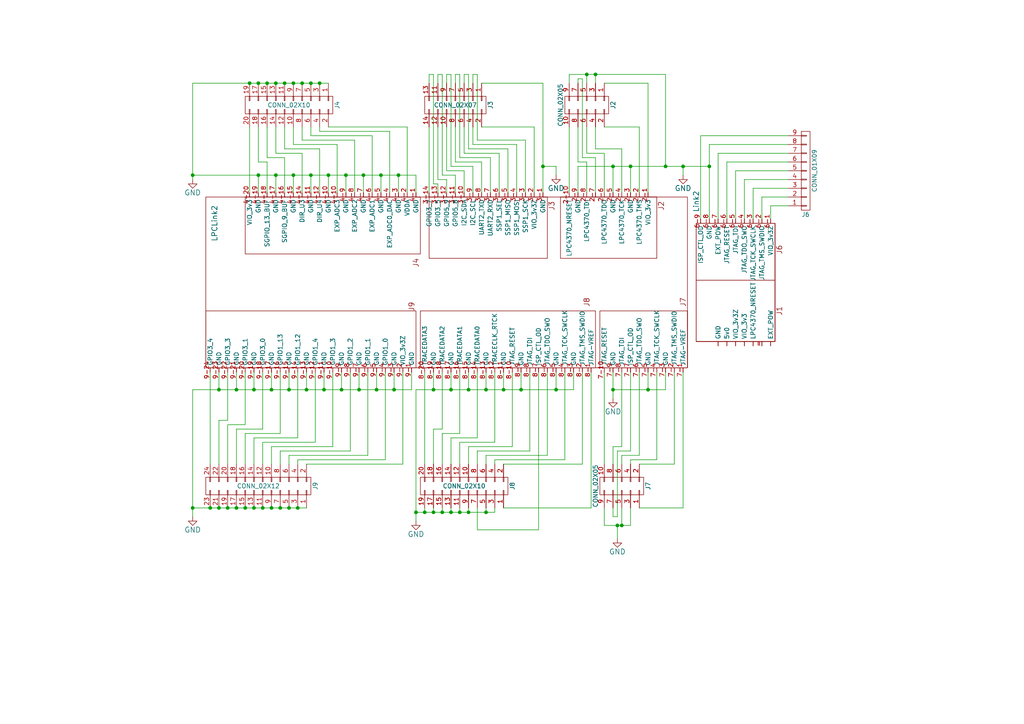
<source format=kicad_sch>
(kicad_sch (version 20230121) (generator eeschema)
  (paper "A4")
  (lib_symbols
    (symbol "LPC-Link2-Board-rescue:CONN_01X09" (pin_names (offset 1.016) hide)
      (property "Reference" "P" (at 0 12.7 0))
      (property "Value" "CONN_01X09" (at 2.54 0 90))
      (symbol "CONN_01X09_0_1"
        (rectangle (start -1.27 -10.033) (end 0.254 -10.287))
        (rectangle (start -1.27 -7.493) (end 0.254 -7.747))
        (rectangle (start -1.27 -4.953) (end 0.254 -5.207))
        (rectangle (start -1.27 -2.413) (end 0.254 -2.667))
        (rectangle (start -1.27 0.127) (end 0.254 -0.127))
        (rectangle (start -1.27 2.667) (end 0.254 2.413))
        (rectangle (start -1.27 5.207) (end 0.254 4.953))
        (rectangle (start -1.27 7.747) (end 0.254 7.493))
        (rectangle (start -1.27 10.287) (end 0.254 10.033))
        (rectangle (start -1.27 11.43) (end 1.27 -11.43))
      )
      (symbol "CONN_01X09_1_1"
        (pin passive line (at -5.08 10.16 0) (length 3.81) (name "P1") (number "1"))
        (pin passive line (at -5.08 7.62 0) (length 3.81) (name "P2") (number "2"))
        (pin passive line (at -5.08 5.08 0) (length 3.81) (name "P3") (number "3"))
        (pin passive line (at -5.08 2.54 0) (length 3.81) (name "P4") (number "4"))
        (pin passive line (at -5.08 0 0) (length 3.81) (name "P5") (number "5"))
        (pin passive line (at -5.08 -2.54 0) (length 3.81) (name "P6") (number "6"))
        (pin passive line (at -5.08 -5.08 0) (length 3.81) (name "P7") (number "7"))
        (pin passive line (at -5.08 -7.62 0) (length 3.81) (name "P8") (number "8"))
        (pin passive line (at -5.08 -10.16 0) (length 3.81) (name "P9") (number "9"))
      )
    )
    (symbol "LPC-Link2-Board-rescue:CONN_02X05" (pin_names (offset 0.0254) hide)
      (property "Reference" "P" (at 0 7.62 0))
      (property "Value" "CONN_02X05" (at 0 -7.62 0))
      (symbol "CONN_02X05_0_1"
        (rectangle (start -2.54 -4.953) (end -1.27 -5.207))
        (rectangle (start -2.54 -2.413) (end -1.27 -2.667))
        (rectangle (start -2.54 0.127) (end -1.27 -0.127))
        (rectangle (start -2.54 2.667) (end -1.27 2.413))
        (rectangle (start -2.54 5.207) (end -1.27 4.953))
        (rectangle (start -2.54 6.35) (end 2.54 -6.35))
        (rectangle (start 1.27 -4.953) (end 2.54 -5.207))
        (rectangle (start 1.27 -2.413) (end 2.54 -2.667))
        (rectangle (start 1.27 0.127) (end 2.54 -0.127))
        (rectangle (start 1.27 2.667) (end 2.54 2.413))
        (rectangle (start 1.27 5.207) (end 2.54 4.953))
      )
      (symbol "CONN_02X05_1_1"
        (pin passive line (at -6.35 5.08 0) (length 3.81) (name "P1") (number "1"))
        (pin passive line (at 6.35 -5.08 180) (length 3.81) (name "P10") (number "10"))
        (pin passive line (at 6.35 5.08 180) (length 3.81) (name "P2") (number "2"))
        (pin passive line (at -6.35 2.54 0) (length 3.81) (name "P3") (number "3"))
        (pin passive line (at 6.35 2.54 180) (length 3.81) (name "P4") (number "4"))
        (pin passive line (at -6.35 0 0) (length 3.81) (name "P5") (number "5"))
        (pin passive line (at 6.35 0 180) (length 3.81) (name "P6") (number "6"))
        (pin passive line (at -6.35 -2.54 0) (length 3.81) (name "P7") (number "7"))
        (pin passive line (at 6.35 -2.54 180) (length 3.81) (name "P8") (number "8"))
        (pin passive line (at -6.35 -5.08 0) (length 3.81) (name "P9") (number "9"))
      )
    )
    (symbol "LPC-Link2-Board-rescue:CONN_02X07" (pin_names (offset 0.0254) hide)
      (property "Reference" "P" (at 0 10.16 0))
      (property "Value" "CONN_02X07" (at 0 0 90))
      (symbol "CONN_02X07_0_1"
        (rectangle (start -2.54 -7.493) (end -1.27 -7.747))
        (rectangle (start -2.54 -4.953) (end -1.27 -5.207))
        (rectangle (start -2.54 -2.413) (end -1.27 -2.667))
        (rectangle (start -2.54 0.127) (end -1.27 -0.127))
        (rectangle (start -2.54 2.667) (end -1.27 2.413))
        (rectangle (start -2.54 5.207) (end -1.27 4.953))
        (rectangle (start -2.54 7.747) (end -1.27 7.493))
        (rectangle (start -2.54 8.89) (end 2.54 -8.89))
        (rectangle (start 1.27 -7.493) (end 2.54 -7.747))
        (rectangle (start 1.27 -4.953) (end 2.54 -5.207))
        (rectangle (start 1.27 -2.413) (end 2.54 -2.667))
        (rectangle (start 1.27 0.127) (end 2.54 -0.127))
        (rectangle (start 1.27 2.667) (end 2.54 2.413))
        (rectangle (start 1.27 5.207) (end 2.54 4.953))
        (rectangle (start 1.27 7.747) (end 2.54 7.493))
      )
      (symbol "CONN_02X07_1_1"
        (pin passive line (at -6.35 7.62 0) (length 3.81) (name "P1") (number "1"))
        (pin passive line (at 6.35 -2.54 180) (length 3.81) (name "P10") (number "10"))
        (pin passive line (at -6.35 -5.08 0) (length 3.81) (name "P11") (number "11"))
        (pin passive line (at 6.35 -5.08 180) (length 3.81) (name "P12") (number "12"))
        (pin passive line (at -6.35 -7.62 0) (length 3.81) (name "P13") (number "13"))
        (pin passive line (at 6.35 -7.62 180) (length 3.81) (name "P14") (number "14"))
        (pin passive line (at 6.35 7.62 180) (length 3.81) (name "P2") (number "2"))
        (pin passive line (at -6.35 5.08 0) (length 3.81) (name "P3") (number "3"))
        (pin passive line (at 6.35 5.08 180) (length 3.81) (name "P4") (number "4"))
        (pin passive line (at -6.35 2.54 0) (length 3.81) (name "P5") (number "5"))
        (pin passive line (at 6.35 2.54 180) (length 3.81) (name "P6") (number "6"))
        (pin passive line (at -6.35 0 0) (length 3.81) (name "P7") (number "7"))
        (pin passive line (at 6.35 0 180) (length 3.81) (name "P8") (number "8"))
        (pin passive line (at -6.35 -2.54 0) (length 3.81) (name "P9") (number "9"))
      )
    )
    (symbol "LPC-Link2-Board-rescue:CONN_02X10" (pin_names (offset 0.0254) hide)
      (property "Reference" "P" (at 0 13.97 0))
      (property "Value" "CONN_02X10" (at 0 0 90))
      (symbol "CONN_02X10_0_1"
        (rectangle (start -2.54 -11.303) (end -1.27 -11.557))
        (rectangle (start -2.54 -8.763) (end -1.27 -9.017))
        (rectangle (start -2.54 -6.223) (end -1.27 -6.477))
        (rectangle (start -2.54 -3.683) (end -1.27 -3.937))
        (rectangle (start -2.54 -1.143) (end -1.27 -1.397))
        (rectangle (start -2.54 1.397) (end -1.27 1.143))
        (rectangle (start -2.54 3.937) (end -1.27 3.683))
        (rectangle (start -2.54 6.477) (end -1.27 6.223))
        (rectangle (start -2.54 9.017) (end -1.27 8.763))
        (rectangle (start -2.54 11.557) (end -1.27 11.303))
        (rectangle (start -2.54 12.7) (end 2.54 -12.7))
        (rectangle (start 1.27 -11.303) (end 2.54 -11.557))
        (rectangle (start 1.27 -8.763) (end 2.54 -9.017))
        (rectangle (start 1.27 -6.223) (end 2.54 -6.477))
        (rectangle (start 1.27 -3.683) (end 2.54 -3.937))
        (rectangle (start 1.27 -1.143) (end 2.54 -1.397))
        (rectangle (start 1.27 1.397) (end 2.54 1.143))
        (rectangle (start 1.27 3.937) (end 2.54 3.683))
        (rectangle (start 1.27 6.477) (end 2.54 6.223))
        (rectangle (start 1.27 9.017) (end 2.54 8.763))
        (rectangle (start 1.27 11.557) (end 2.54 11.303))
      )
      (symbol "CONN_02X10_1_1"
        (pin passive line (at -6.35 11.43 0) (length 3.81) (name "P1") (number "1"))
        (pin passive line (at 6.35 1.27 180) (length 3.81) (name "P10") (number "10"))
        (pin passive line (at -6.35 -1.27 0) (length 3.81) (name "P11") (number "11"))
        (pin passive line (at 6.35 -1.27 180) (length 3.81) (name "P12") (number "12"))
        (pin passive line (at -6.35 -3.81 0) (length 3.81) (name "P13") (number "13"))
        (pin passive line (at 6.35 -3.81 180) (length 3.81) (name "P14") (number "14"))
        (pin passive line (at -6.35 -6.35 0) (length 3.81) (name "P15") (number "15"))
        (pin passive line (at 6.35 -6.35 180) (length 3.81) (name "P16") (number "16"))
        (pin passive line (at -6.35 -8.89 0) (length 3.81) (name "P17") (number "17"))
        (pin passive line (at 6.35 -8.89 180) (length 3.81) (name "P18") (number "18"))
        (pin passive line (at -6.35 -11.43 0) (length 3.81) (name "P19") (number "19"))
        (pin passive line (at 6.35 11.43 180) (length 3.81) (name "P2") (number "2"))
        (pin passive line (at 6.35 -11.43 180) (length 3.81) (name "P20") (number "20"))
        (pin passive line (at -6.35 8.89 0) (length 3.81) (name "P3") (number "3"))
        (pin passive line (at 6.35 8.89 180) (length 3.81) (name "P4") (number "4"))
        (pin passive line (at -6.35 6.35 0) (length 3.81) (name "P5") (number "5"))
        (pin passive line (at 6.35 6.35 180) (length 3.81) (name "P6") (number "6"))
        (pin passive line (at -6.35 3.81 0) (length 3.81) (name "P7") (number "7"))
        (pin passive line (at 6.35 3.81 180) (length 3.81) (name "P8") (number "8"))
        (pin passive line (at -6.35 1.27 0) (length 3.81) (name "P9") (number "9"))
      )
    )
    (symbol "LPC-Link2-Board-rescue:CONN_02X12" (pin_names (offset 0.0254) hide)
      (property "Reference" "P" (at 0 16.51 0))
      (property "Value" "CONN_02X12" (at 0 0 90))
      (symbol "CONN_02X12_0_1"
        (rectangle (start -2.54 -13.843) (end -1.27 -14.097))
        (rectangle (start -2.54 -11.303) (end -1.27 -11.557))
        (rectangle (start -2.54 -8.763) (end -1.27 -9.017))
        (rectangle (start -2.54 -6.223) (end -1.27 -6.477))
        (rectangle (start -2.54 -3.683) (end -1.27 -3.937))
        (rectangle (start -2.54 -1.143) (end -1.27 -1.397))
        (rectangle (start -2.54 1.397) (end -1.27 1.143))
        (rectangle (start -2.54 3.937) (end -1.27 3.683))
        (rectangle (start -2.54 6.477) (end -1.27 6.223))
        (rectangle (start -2.54 9.017) (end -1.27 8.763))
        (rectangle (start -2.54 11.557) (end -1.27 11.303))
        (rectangle (start -2.54 14.097) (end -1.27 13.843))
        (rectangle (start -2.54 15.24) (end 2.54 -15.24))
        (rectangle (start 1.27 -13.843) (end 2.54 -14.097))
        (rectangle (start 1.27 -11.303) (end 2.54 -11.557))
        (rectangle (start 1.27 -8.763) (end 2.54 -9.017))
        (rectangle (start 1.27 -6.223) (end 2.54 -6.477))
        (rectangle (start 1.27 -3.683) (end 2.54 -3.937))
        (rectangle (start 1.27 -1.143) (end 2.54 -1.397))
        (rectangle (start 1.27 1.397) (end 2.54 1.143))
        (rectangle (start 1.27 3.937) (end 2.54 3.683))
        (rectangle (start 1.27 6.477) (end 2.54 6.223))
        (rectangle (start 1.27 9.017) (end 2.54 8.763))
        (rectangle (start 1.27 11.557) (end 2.54 11.303))
        (rectangle (start 1.27 14.097) (end 2.54 13.843))
      )
      (symbol "CONN_02X12_1_1"
        (pin passive line (at -6.35 13.97 0) (length 3.81) (name "P1") (number "1"))
        (pin passive line (at 6.35 3.81 180) (length 3.81) (name "P10") (number "10"))
        (pin passive line (at -6.35 1.27 0) (length 3.81) (name "P11") (number "11"))
        (pin passive line (at 6.35 1.27 180) (length 3.81) (name "P12") (number "12"))
        (pin passive line (at -6.35 -1.27 0) (length 3.81) (name "P13") (number "13"))
        (pin passive line (at 6.35 -1.27 180) (length 3.81) (name "P14") (number "14"))
        (pin passive line (at -6.35 -3.81 0) (length 3.81) (name "P15") (number "15"))
        (pin passive line (at 6.35 -3.81 180) (length 3.81) (name "P16") (number "16"))
        (pin passive line (at -6.35 -6.35 0) (length 3.81) (name "P17") (number "17"))
        (pin passive line (at 6.35 -6.35 180) (length 3.81) (name "P18") (number "18"))
        (pin passive line (at -6.35 -8.89 0) (length 3.81) (name "P19") (number "19"))
        (pin passive line (at 6.35 13.97 180) (length 3.81) (name "P2") (number "2"))
        (pin passive line (at 6.35 -8.89 180) (length 3.81) (name "P20") (number "20"))
        (pin passive line (at -6.35 -11.43 0) (length 3.81) (name "P21") (number "21"))
        (pin passive line (at 6.35 -11.43 180) (length 3.81) (name "P22") (number "22"))
        (pin passive line (at -6.35 -13.97 0) (length 3.81) (name "P23") (number "23"))
        (pin passive line (at 6.35 -13.97 180) (length 3.81) (name "P24") (number "24"))
        (pin passive line (at -6.35 11.43 0) (length 3.81) (name "P3") (number "3"))
        (pin passive line (at 6.35 11.43 180) (length 3.81) (name "P4") (number "4"))
        (pin passive line (at -6.35 8.89 0) (length 3.81) (name "P5") (number "5"))
        (pin passive line (at 6.35 8.89 180) (length 3.81) (name "P6") (number "6"))
        (pin passive line (at -6.35 6.35 0) (length 3.81) (name "P7") (number "7"))
        (pin passive line (at 6.35 6.35 180) (length 3.81) (name "P8") (number "8"))
        (pin passive line (at -6.35 3.81 0) (length 3.81) (name "P9") (number "9"))
      )
    )
    (symbol "LPC-Link2-Board-rescue:GND" (power) (pin_names (offset 0))
      (property "Value" "GND" (at 0 -3.81 0))
      (symbol "GND_0_1"
        (polyline (pts (xy 0 0) (xy 0 -1.27) (xy 1.27 -1.27) (xy 0 -2.54) (xy -1.27 -1.27) (xy 0 -1.27)))
      )
      (symbol "GND_1_1"
        (pin power_in line (at 0 0 270) (length 0) hide (name "GND") (number "1"))
      )
    )
    (symbol "LPC-Link2-Board-rescue:LPCLink2" (pin_names (offset 0.635))
      (property "Reference" "U" (at -24.13 64.77 0))
      (property "Value" "LPCLink2" (at -17.78 -74.93 0))
      (symbol "LPCLink2_0_0"
        (rectangle (start -25.4 -15.24) (end -8.89 -66.04))
        (rectangle (start -25.4 21.59) (end -7.62 -12.7))
        (rectangle (start -17.78 87.63) (end -1.27 64.77))
        (rectangle (start -17.78 87.63) (end 16.51 64.77))
        (rectangle (start 7.62 62.23) (end 24.13 36.83))
        (rectangle (start 16.51 87.63) (end -1.27 64.77))
        (rectangle (start 24.13 -16.51) (end 7.62 -77.47))
        (rectangle (start 24.13 35.56) (end 7.62 -15.24))
        (text "J1" (at 7.62 88.9 0) (effects (font (size 1.524 1.524))))
        (text "J2" (at -22.86 54.61 0) (effects (font (size 1.524 1.524))))
        (text "J3" (at -22.86 22.86 0) (effects (font (size 1.524 1.524))))
        (text "J4" (at -6.35 -16.51 0) (effects (font (size 1.524 1.524))))
        (text "J6" (at -10.16 88.9 0) (effects (font (size 1.524 1.524))))
        (text "J7" (at 5.08 60.96 0) (effects (font (size 1.524 1.524))))
        (text "J8" (at 5.08 33.02 0) (effects (font (size 1.524 1.524))))
        (text "J9" (at 6.35 -17.78 0) (effects (font (size 1.524 1.524))))
      )
      (symbol "LPCLink2_0_1"
        (rectangle (start -25.4 53.34) (end -7.62 25.4))
        (rectangle (start -25.4 62.23) (end 24.13 -77.47))
      )
      (symbol "LPCLink2_1_1"
        (pin input line (at -26.67 50.8 0) (length 1.27) (name "VIO_3v3") (number "2-1"))
        (pin input line (at -26.67 27.94 0) (length 1.27) (name "LPC4370_NRESET") (number "2-10"))
        (pin input line (at -26.67 48.26 0) (length 1.27) (name "LPC4370_TMS") (number "2-2"))
        (pin input line (at -26.67 45.72 0) (length 1.27) (name "GND") (number "2-3"))
        (pin input line (at -26.67 43.18 0) (length 1.27) (name "LPC4370_TCK") (number "2-4"))
        (pin input line (at -26.67 40.64 0) (length 1.27) (name "GND") (number "2-5"))
        (pin input line (at -26.67 38.1 0) (length 1.27) (name "LPC4370_TDO") (number "2-6"))
        (pin input line (at -26.67 35.56 0) (length 1.27) (name "~") (number "2-7"))
        (pin input line (at -26.67 33.02 0) (length 1.27) (name "LPC4370_TDI") (number "2-8"))
        (pin input line (at -26.67 30.48 0) (length 1.27) (name "GND") (number "2-9"))
        (pin input line (at -26.67 20.32 0) (length 1.27) (name "GND") (number "3-1"))
        (pin input line (at -26.67 -2.54 0) (length 1.27) (name "I2C_SDA") (number "3-10"))
        (pin input line (at -26.67 -5.08 0) (length 1.27) (name "GPIO5_8") (number "3-11"))
        (pin input line (at -26.67 -7.62 0) (length 1.27) (name "GPIO5_9") (number "3-12"))
        (pin input line (at -26.67 -10.16 0) (length 1.27) (name "GPIO3_5") (number "3-13"))
        (pin input line (at -26.67 -12.7 0) (length 1.27) (name "GPIO3_7") (number "3-14"))
        (pin input line (at -26.67 17.78 0) (length 1.27) (name "VIO_3v3Z") (number "3-2"))
        (pin input line (at -26.67 15.24 0) (length 1.27) (name "SSP1_SCK") (number "3-3"))
        (pin input line (at -26.67 12.7 0) (length 1.27) (name "SSP1_MOSI") (number "3-4"))
        (pin input line (at -26.67 10.16 0) (length 1.27) (name "SSP1_MISO") (number "3-5"))
        (pin input line (at -26.67 7.62 0) (length 1.27) (name "SSP1_SEL") (number "3-6"))
        (pin input line (at -26.67 5.08 0) (length 1.27) (name "UART2_RXD") (number "3-7"))
        (pin input line (at -26.67 2.54 0) (length 1.27) (name "UART2_TXD") (number "3-8"))
        (pin input line (at -26.67 0 0) (length 1.27) (name "I2C_SCL") (number "3-9"))
        (pin input line (at -26.67 -16.51 0) (length 1.27) (name "GND") (number "4-1"))
        (pin input line (at -26.67 -39.37 0) (length 1.27) (name "EXP_ADC3") (number "4-10"))
        (pin input line (at -26.67 -41.91 0) (length 1.27) (name "GND") (number "4-10"))
        (pin input line (at -26.67 -46.99 0) (length 1.27) (name "GND") (number "4-11"))
        (pin input line (at -26.67 -44.45 0) (length 1.27) (name "DIR_U4") (number "4-12"))
        (pin input line (at -26.67 -49.53 0) (length 1.27) (name "DIR_U3") (number "4-14"))
        (pin input line (at -26.67 -52.07 0) (length 1.27) (name "GND") (number "4-15"))
        (pin input line (at -26.67 -54.61 0) (length 1.27) (name "SGPIO_9_BUF") (number "4-16"))
        (pin input line (at -26.67 -57.15 0) (length 1.27) (name "GND") (number "4-17"))
        (pin input line (at -26.67 -59.69 0) (length 1.27) (name "SGPIO_13_BUF") (number "4-18"))
        (pin input line (at -26.67 -62.23 0) (length 1.27) (name "GND") (number "4-19"))
        (pin input line (at -26.67 -19.05 0) (length 1.27) (name "VDDA") (number "4-2"))
        (pin input line (at -26.67 -64.77 0) (length 1.27) (name "VIO_3v3") (number "4-20"))
        (pin input line (at -26.67 -21.59 0) (length 1.27) (name "GND") (number "4-3"))
        (pin input line (at -26.67 -24.13 0) (length 1.27) (name "EXP_ADC0_DAC") (number "4-4"))
        (pin input line (at -26.67 -26.67 0) (length 1.27) (name "GND") (number "4-5"))
        (pin input line (at -26.67 -29.21 0) (length 1.27) (name "EXP_ADC1") (number "4-6"))
        (pin input line (at -26.67 -31.75 0) (length 1.27) (name "GND") (number "4-7"))
        (pin input line (at -26.67 -34.29 0) (length 1.27) (name "EXP_ADC2") (number "4-8"))
        (pin input line (at -26.67 -36.83 0) (length 1.27) (name "GND") (number "4-9"))
        (pin input line (at -19.05 86.36 0) (length 1.27) (name "VIO_3v3Z") (number "6-1"))
        (pin input line (at -19.05 83.82 0) (length 1.27) (name "JTAG_TMS_SWDIO") (number "6-2"))
        (pin input line (at -19.05 81.28 0) (length 1.27) (name "JTAG_TCK_SWCLK") (number "6-3"))
        (pin input line (at -19.05 78.74 0) (length 1.27) (name "JTAG_TDO_SWO") (number "6-4"))
        (pin input line (at -19.05 76.2 0) (length 1.27) (name "JTAG_TDI") (number "6-5"))
        (pin input line (at -19.05 73.66 0) (length 1.27) (name "JTAG_RESET") (number "6-6"))
        (pin input line (at -19.05 71.12 0) (length 1.27) (name "EXT_POW") (number "6-7"))
        (pin input line (at -19.05 68.58 0) (length 1.27) (name "GND") (number "6-8"))
        (pin input line (at -19.05 66.04 0) (length 1.27) (name "ISP_CTL_OD") (number "6-9"))
        (pin input line (at 25.4 60.96 180) (length 1.27) (name "JTAG-VREF") (number "7-1"))
        (pin input line (at 25.4 38.1 180) (length 1.27) (name "JTAG_RESET") (number "7-10"))
        (pin input line (at 25.4 58.42 180) (length 1.27) (name "JTAG_TMS_SWDIO") (number "7-2"))
        (pin input line (at 25.4 55.88 180) (length 1.27) (name "GND") (number "7-3"))
        (pin input line (at 25.4 53.34 180) (length 1.27) (name "JTAG_TCK_SWCLK") (number "7-4"))
        (pin input line (at 25.4 50.8 180) (length 1.27) (name "GND") (number "7-5"))
        (pin input line (at 25.4 48.26 180) (length 1.27) (name "JTAG_TDO_SWO") (number "7-6"))
        (pin input line (at 25.4 45.72 180) (length 1.27) (name "ISP_CTL_OD") (number "7-7"))
        (pin input line (at 25.4 43.18 180) (length 1.27) (name "JTAG_TDI") (number "7-8"))
        (pin input line (at 25.4 40.64 180) (length 1.27) (name "GND") (number "7-9"))
        (pin input line (at 25.4 34.29 180) (length 1.27) (name "JTAG-VREF") (number "8-1"))
        (pin input line (at 25.4 11.43 180) (length 1.27) (name "JTAG_RESET") (number "8-10"))
        (pin input line (at 25.4 8.89 180) (length 1.27) (name "GND") (number "8-11"))
        (pin input line (at 25.4 6.35 180) (length 1.27) (name "TRACECLK_RTCK") (number "8-12"))
        (pin input line (at 25.4 3.81 180) (length 1.27) (name "GND") (number "8-13"))
        (pin input line (at 25.4 1.27 180) (length 1.27) (name "TRACEDATA0") (number "8-14"))
        (pin input line (at 25.4 -1.27 180) (length 1.27) (name "GND") (number "8-15"))
        (pin input line (at 25.4 -3.81 180) (length 1.27) (name "TRACEDATA1") (number "8-16"))
        (pin input line (at 25.4 -6.35 180) (length 1.27) (name "GND") (number "8-17"))
        (pin input line (at 25.4 -8.89 180) (length 1.27) (name "TRACEDATA2") (number "8-18"))
        (pin input line (at 25.4 -11.43 180) (length 1.27) (name "GND") (number "8-19"))
        (pin input line (at 25.4 31.75 180) (length 1.27) (name "JTAG_TMS_SWDIO") (number "8-2"))
        (pin input line (at 25.4 -13.97 180) (length 1.27) (name "TRACEDATA3") (number "8-20"))
        (pin input line (at 25.4 29.21 180) (length 1.27) (name "GND") (number "8-3"))
        (pin input line (at 25.4 26.67 180) (length 1.27) (name "JTAG_TCK_SWCLK") (number "8-4"))
        (pin input line (at 25.4 24.13 180) (length 1.27) (name "GND") (number "8-5"))
        (pin input line (at 25.4 21.59 180) (length 1.27) (name "JTAG_TDO_SWO") (number "8-6"))
        (pin input line (at 25.4 19.05 180) (length 1.27) (name "ISP_CTL_OD") (number "8-7"))
        (pin input line (at 25.4 16.51 180) (length 1.27) (name "JTAG_TDI") (number "8-8"))
        (pin input line (at 25.4 13.97 180) (length 1.27) (name "GND") (number "8-9"))
        (pin input line (at 25.4 -17.78 180) (length 1.27) (name "GND") (number "9-1"))
        (pin input line (at 25.4 -40.64 180) (length 1.27) (name "GPIO1_3") (number "9-10"))
        (pin input line (at 25.4 -43.18 180) (length 1.27) (name "GND") (number "9-11"))
        (pin input line (at 25.4 -45.72 180) (length 1.27) (name "GPIO1_4") (number "9-12"))
        (pin input line (at 25.4 -48.26 180) (length 1.27) (name "GND") (number "9-13"))
        (pin input line (at 25.4 -50.8 180) (length 1.27) (name "GPIO1_12") (number "9-14"))
        (pin input line (at 25.4 -53.34 180) (length 1.27) (name "GND") (number "9-15"))
        (pin input line (at 25.4 -55.88 180) (length 1.27) (name "GPIO1_13") (number "9-16"))
        (pin input line (at 25.4 -58.42 180) (length 1.27) (name "GND") (number "9-17"))
        (pin input line (at 25.4 -60.96 180) (length 1.27) (name "GPIO3_0") (number "9-18"))
        (pin input line (at 25.4 -63.5 180) (length 1.27) (name "GND") (number "9-19"))
        (pin input line (at 25.4 -20.32 180) (length 1.27) (name "VIO_3v3Z") (number "9-2"))
        (pin input line (at 25.4 -66.04 180) (length 1.27) (name "GPIO3_1") (number "9-20"))
        (pin input line (at 25.4 -68.58 180) (length 1.27) (name "GND") (number "9-21"))
        (pin input line (at 25.4 -71.12 180) (length 1.27) (name "GPIO3_3") (number "9-22"))
        (pin input line (at 25.4 -73.66 180) (length 1.27) (name "GND") (number "9-23"))
        (pin input line (at 25.4 -76.2 180) (length 1.27) (name "GPIO3_4") (number "9-24"))
        (pin input line (at 25.4 -22.86 180) (length 1.27) (name "GND") (number "9-3"))
        (pin input line (at 25.4 -25.4 180) (length 1.27) (name "GPIO1_0") (number "9-4"))
        (pin input line (at 25.4 -27.94 180) (length 1.27) (name "GND") (number "9-5"))
        (pin input line (at 25.4 -30.48 180) (length 1.27) (name "GPIO1_1") (number "9-6"))
        (pin input line (at 25.4 -33.02 180) (length 1.27) (name "GND") (number "9-7"))
        (pin input line (at 25.4 -35.56 180) (length 1.27) (name "GPIO1_2") (number "9-8"))
        (pin input line (at 25.4 -38.1 180) (length 1.27) (name "GND") (number "9-9"))
        (pin input line (at 17.78 83.82 180) (length 1.27) (name "~") (number "="))
        (pin input line (at 17.78 73.66 180) (length 1.27) (name "5v0") (number "~"))
        (pin input line (at 17.78 86.36 180) (length 1.27) (name "EXT_POW") (number "~"))
        (pin input line (at 17.78 71.12 180) (length 1.27) (name "GND") (number "~"))
        (pin input line (at 17.78 81.28 180) (length 1.27) (name "LPC4370_NRESET") (number "~"))
        (pin input line (at 17.78 78.74 180) (length 1.27) (name "VIO_3v3") (number "~"))
        (pin input line (at 17.78 76.2 180) (length 1.27) (name "VIO_3v3Z") (number "~"))
      )
    )
  )
  (junction (at 78.74 147.32))
  (junction (at 177.8 48.26))
  (junction (at 92.71 24.13))
  (junction (at 120.65 148.59))
  (junction (at 95.25 50.8))
  (junction (at 78.74 113.03))
  (junction (at 172.72 21.59))
  (junction (at 110.49 50.8))
  (junction (at 86.36 147.32))
  (junction (at 133.35 148.59))
  (junction (at 81.28 147.32))
  (junction (at 76.2 147.32))
  (junction (at 93.98 113.03))
  (junction (at 87.63 24.13))
  (junction (at 109.22 113.03))
  (junction (at 205.74 48.26))
  (junction (at 55.88 50.8))
  (junction (at 130.81 148.59))
  (junction (at 114.3 113.03))
  (junction (at 80.01 24.13))
  (junction (at 182.88 48.26))
  (junction (at 140.97 113.03))
  (junction (at 123.19 148.59))
  (junction (at 63.5 147.32))
  (junction (at 187.96 113.03))
  (junction (at 170.18 21.59))
  (junction (at 80.01 50.8))
  (junction (at 82.55 24.13))
  (junction (at 83.82 147.32))
  (junction (at 73.66 147.32))
  (junction (at 71.12 147.32))
  (junction (at 73.66 113.03))
  (junction (at 99.06 113.03))
  (junction (at 115.57 50.8))
  (junction (at 68.58 113.03))
  (junction (at 90.17 24.13))
  (junction (at 125.73 148.59))
  (junction (at 100.33 50.8))
  (junction (at 151.13 113.03))
  (junction (at 198.12 48.26))
  (junction (at 135.89 113.03))
  (junction (at 55.88 147.32))
  (junction (at 66.04 147.32))
  (junction (at 125.73 113.03))
  (junction (at 130.81 113.03))
  (junction (at 104.14 113.03))
  (junction (at 72.39 24.13))
  (junction (at 77.47 24.13))
  (junction (at 60.96 147.32))
  (junction (at 105.41 50.8))
  (junction (at 85.09 24.13))
  (junction (at 140.97 148.59))
  (junction (at 146.05 113.03))
  (junction (at 157.48 48.26))
  (junction (at 135.89 148.59))
  (junction (at 74.93 24.13))
  (junction (at 180.34 152.4))
  (junction (at 193.04 48.26))
  (junction (at 179.07 152.4))
  (junction (at 74.93 50.8))
  (junction (at 63.5 113.03))
  (junction (at 85.09 50.8))
  (junction (at 83.82 113.03))
  (junction (at 177.8 113.03))
  (junction (at 88.9 113.03))
  (junction (at 68.58 147.32))
  (junction (at 128.27 148.59))
  (junction (at 90.17 50.8))
  (junction (at 161.29 113.03))
  (wire (pts (xy 55.88 147.32) (xy 55.88 149.86)))
  (wire (pts (xy 73.66 147.32) (xy 76.2 147.32)))
  (wire (pts (xy 172.72 36.83) (xy 172.72 43.18)))
  (wire (pts (xy 168.91 134.62) (xy 146.05 134.62)))
  (wire (pts (xy 68.58 147.32) (xy 71.12 147.32)))
  (wire (pts (xy 93.98 107.95) (xy 93.98 113.03)))
  (wire (pts (xy 55.88 24.13) (xy 55.88 50.8)))
  (wire (pts (xy 71.12 107.95) (xy 71.12 123.19)))
  (wire (pts (xy 83.82 113.03) (xy 88.9 113.03)))
  (wire (pts (xy 175.26 44.45) (xy 175.26 55.88)))
  (wire (pts (xy 55.88 24.13) (xy 72.39 24.13)))
  (wire (pts (xy 85.09 50.8) (xy 85.09 55.88)))
  (wire (pts (xy 134.62 21.59) (xy 135.89 21.59)))
  (wire (pts (xy 76.2 128.27) (xy 76.2 134.62)))
  (wire (pts (xy 96.52 107.95) (xy 96.52 129.54)))
  (wire (pts (xy 157.48 24.13) (xy 157.48 48.26)))
  (wire (pts (xy 101.6 130.81) (xy 81.28 130.81)))
  (wire (pts (xy 73.66 127) (xy 73.66 134.62)))
  (wire (pts (xy 120.65 148.59) (xy 120.65 151.13)))
  (wire (pts (xy 139.7 24.13) (xy 157.48 24.13)))
  (wire (pts (xy 125.73 113.03) (xy 130.81 113.03)))
  (wire (pts (xy 86.36 107.95) (xy 86.36 127)))
  (wire (pts (xy 81.28 125.73) (xy 71.12 125.73)))
  (wire (pts (xy 157.48 48.26) (xy 161.29 48.26)))
  (wire (pts (xy 198.12 48.26) (xy 198.12 50.8)))
  (wire (pts (xy 74.93 50.8) (xy 80.01 50.8)))
  (wire (pts (xy 130.81 113.03) (xy 135.89 113.03)))
  (wire (pts (xy 177.8 55.88) (xy 177.8 48.26)))
  (wire (pts (xy 129.54 24.13) (xy 129.54 21.59)))
  (wire (pts (xy 85.09 24.13) (xy 87.63 24.13)))
  (wire (pts (xy 132.08 24.13) (xy 132.08 21.59)))
  (wire (pts (xy 63.5 107.95) (xy 63.5 113.03)))
  (wire (pts (xy 90.17 50.8) (xy 90.17 55.88)))
  (wire (pts (xy 185.42 132.08) (xy 180.34 132.08)))
  (wire (pts (xy 127 55.88) (xy 127 53.34)))
  (wire (pts (xy 135.89 147.32) (xy 135.89 148.59)))
  (wire (pts (xy 198.12 147.32) (xy 198.12 107.95)))
  (wire (pts (xy 127 21.59) (xy 128.27 21.59)))
  (wire (pts (xy 88.9 113.03) (xy 93.98 113.03)))
  (wire (pts (xy 166.37 113.03) (xy 166.37 107.95)))
  (wire (pts (xy 180.34 107.95) (xy 180.34 129.54)))
  (wire (pts (xy 187.96 113.03) (xy 193.04 113.03)))
  (wire (pts (xy 93.98 113.03) (xy 99.06 113.03)))
  (wire (pts (xy 60.96 107.95) (xy 60.96 134.62)))
  (wire (pts (xy 87.63 24.13) (xy 90.17 24.13)))
  (wire (pts (xy 205.74 63.5) (xy 205.74 48.26)))
  (wire (pts (xy 81.28 130.81) (xy 81.28 134.62)))
  (wire (pts (xy 170.18 21.59) (xy 172.72 21.59)))
  (wire (pts (xy 130.81 21.59) (xy 130.81 48.26)))
  (wire (pts (xy 180.34 152.4) (xy 182.88 152.4)))
  (wire (pts (xy 80.01 50.8) (xy 85.09 50.8)))
  (wire (pts (xy 137.16 24.13) (xy 137.16 21.59)))
  (wire (pts (xy 156.21 107.95) (xy 156.21 153.67)))
  (wire (pts (xy 77.47 46.99) (xy 74.93 46.99)))
  (wire (pts (xy 180.34 129.54) (xy 177.8 129.54)))
  (wire (pts (xy 203.2 39.37) (xy 228.6 39.37)))
  (wire (pts (xy 223.52 59.69) (xy 228.6 59.69)))
  (wire (pts (xy 68.58 107.95) (xy 68.58 113.03)))
  (wire (pts (xy 99.06 107.95) (xy 99.06 113.03)))
  (wire (pts (xy 170.18 55.88) (xy 170.18 46.99)))
  (wire (pts (xy 78.74 113.03) (xy 83.82 113.03)))
  (wire (pts (xy 182.88 48.26) (xy 193.04 48.26)))
  (wire (pts (xy 83.82 147.32) (xy 86.36 147.32)))
  (wire (pts (xy 135.89 113.03) (xy 140.97 113.03)))
  (wire (pts (xy 161.29 113.03) (xy 161.29 107.95)))
  (wire (pts (xy 182.88 48.26) (xy 182.88 55.88)))
  (wire (pts (xy 123.19 147.32) (xy 123.19 148.59)))
  (wire (pts (xy 133.35 128.27) (xy 133.35 134.62)))
  (wire (pts (xy 128.27 21.59) (xy 128.27 50.8)))
  (wire (pts (xy 120.65 50.8) (xy 120.65 55.88)))
  (wire (pts (xy 175.26 152.4) (xy 179.07 152.4)))
  (wire (pts (xy 138.43 153.67) (xy 138.43 147.32)))
  (wire (pts (xy 92.71 55.88) (xy 92.71 43.18)))
  (wire (pts (xy 137.16 41.91) (xy 149.86 41.91)))
  (wire (pts (xy 190.5 107.95) (xy 190.5 133.35)))
  (wire (pts (xy 82.55 45.72) (xy 77.47 45.72)))
  (wire (pts (xy 68.58 113.03) (xy 73.66 113.03)))
  (wire (pts (xy 210.82 63.5) (xy 210.82 46.99)))
  (wire (pts (xy 168.91 107.95) (xy 168.91 134.62)))
  (wire (pts (xy 78.74 129.54) (xy 78.74 134.62)))
  (wire (pts (xy 156.21 153.67) (xy 138.43 153.67)))
  (wire (pts (xy 125.73 124.46) (xy 125.73 134.62)))
  (wire (pts (xy 130.81 48.26) (xy 137.16 48.26)))
  (wire (pts (xy 85.09 50.8) (xy 90.17 50.8)))
  (wire (pts (xy 185.42 36.83) (xy 185.42 55.88)))
  (wire (pts (xy 85.09 41.91) (xy 85.09 36.83)))
  (wire (pts (xy 167.64 48.26) (xy 177.8 48.26)))
  (wire (pts (xy 139.7 46.99) (xy 139.7 55.88)))
  (wire (pts (xy 125.73 53.34) (xy 125.73 21.59)))
  (wire (pts (xy 83.82 132.08) (xy 83.82 134.62)))
  (wire (pts (xy 82.55 43.18) (xy 82.55 36.83)))
  (wire (pts (xy 63.5 147.32) (xy 66.04 147.32)))
  (wire (pts (xy 182.88 152.4) (xy 182.88 147.32)))
  (wire (pts (xy 143.51 148.59) (xy 143.51 147.32)))
  (wire (pts (xy 168.91 22.86) (xy 168.91 45.72)))
  (wire (pts (xy 102.87 40.64) (xy 87.63 40.64)))
  (wire (pts (xy 125.73 107.95) (xy 125.73 113.03)))
  (wire (pts (xy 107.95 55.88) (xy 107.95 39.37)))
  (wire (pts (xy 180.34 147.32) (xy 180.34 152.4)))
  (wire (pts (xy 132.08 21.59) (xy 133.35 21.59)))
  (wire (pts (xy 125.73 147.32) (xy 125.73 148.59)))
  (wire (pts (xy 107.95 39.37) (xy 90.17 39.37)))
  (wire (pts (xy 105.41 50.8) (xy 105.41 55.88)))
  (wire (pts (xy 220.98 63.5) (xy 220.98 57.15)))
  (wire (pts (xy 119.38 113.03) (xy 119.38 107.95)))
  (wire (pts (xy 86.36 147.32) (xy 88.9 147.32)))
  (wire (pts (xy 132.08 36.83) (xy 132.08 46.99)))
  (wire (pts (xy 71.12 125.73) (xy 71.12 134.62)))
  (wire (pts (xy 87.63 55.88) (xy 87.63 44.45)))
  (wire (pts (xy 177.8 113.03) (xy 177.8 115.57)))
  (wire (pts (xy 120.65 113.03) (xy 125.73 113.03)))
  (wire (pts (xy 140.97 148.59) (xy 143.51 148.59)))
  (wire (pts (xy 182.88 133.35) (xy 182.88 134.62)))
  (wire (pts (xy 80.01 50.8) (xy 80.01 55.88)))
  (wire (pts (xy 128.27 50.8) (xy 132.08 50.8)))
  (wire (pts (xy 114.3 113.03) (xy 119.38 113.03)))
  (wire (pts (xy 74.93 24.13) (xy 77.47 24.13)))
  (wire (pts (xy 124.46 36.83) (xy 124.46 55.88)))
  (wire (pts (xy 77.47 45.72) (xy 77.47 36.83)))
  (wire (pts (xy 148.59 107.95) (xy 148.59 129.54)))
  (wire (pts (xy 135.89 129.54) (xy 135.89 134.62)))
  (wire (pts (xy 76.2 124.46) (xy 68.58 124.46)))
  (wire (pts (xy 172.72 21.59) (xy 193.04 21.59)))
  (wire (pts (xy 111.76 133.35) (xy 111.76 107.95)))
  (wire (pts (xy 139.7 36.83) (xy 154.94 36.83)))
  (wire (pts (xy 120.65 113.03) (xy 120.65 148.59)))
  (wire (pts (xy 66.04 147.32) (xy 68.58 147.32)))
  (wire (pts (xy 137.16 21.59) (xy 138.43 21.59)))
  (wire (pts (xy 92.71 43.18) (xy 82.55 43.18)))
  (wire (pts (xy 152.4 40.64) (xy 152.4 55.88)))
  (wire (pts (xy 144.78 44.45) (xy 144.78 55.88)))
  (wire (pts (xy 128.27 148.59) (xy 130.81 148.59)))
  (wire (pts (xy 115.57 50.8) (xy 120.65 50.8)))
  (wire (pts (xy 73.66 107.95) (xy 73.66 113.03)))
  (wire (pts (xy 167.64 46.99) (xy 167.64 36.83)))
  (wire (pts (xy 223.52 63.5) (xy 223.52 59.69)))
  (wire (pts (xy 133.35 45.72) (xy 142.24 45.72)))
  (wire (pts (xy 133.35 125.73) (xy 128.27 125.73)))
  (wire (pts (xy 116.84 134.62) (xy 116.84 107.95)))
  (wire (pts (xy 177.8 107.95) (xy 177.8 113.03)))
  (wire (pts (xy 170.18 44.45) (xy 175.26 44.45)))
  (wire (pts (xy 60.96 147.32) (xy 63.5 147.32)))
  (wire (pts (xy 124.46 21.59) (xy 124.46 24.13)))
  (wire (pts (xy 146.05 113.03) (xy 151.13 113.03)))
  (wire (pts (xy 55.88 147.32) (xy 60.96 147.32)))
  (wire (pts (xy 218.44 63.5) (xy 218.44 54.61)))
  (wire (pts (xy 91.44 107.95) (xy 91.44 128.27)))
  (wire (pts (xy 134.62 36.83) (xy 134.62 44.45)))
  (wire (pts (xy 208.28 63.5) (xy 208.28 44.45)))
  (wire (pts (xy 104.14 113.03) (xy 109.22 113.03)))
  (wire (pts (xy 63.5 113.03) (xy 68.58 113.03)))
  (wire (pts (xy 203.2 63.5) (xy 203.2 39.37)))
  (wire (pts (xy 95.25 36.83) (xy 118.11 36.83)))
  (wire (pts (xy 128.27 107.95) (xy 128.27 124.46)))
  (wire (pts (xy 55.88 113.03) (xy 63.5 113.03)))
  (wire (pts (xy 68.58 124.46) (xy 68.58 134.62)))
  (wire (pts (xy 88.9 107.95) (xy 88.9 113.03)))
  (wire (pts (xy 220.98 57.15) (xy 228.6 57.15)))
  (wire (pts (xy 138.43 107.95) (xy 138.43 127)))
  (wire (pts (xy 133.35 148.59) (xy 135.89 148.59)))
  (wire (pts (xy 140.97 113.03) (xy 140.97 107.95)))
  (wire (pts (xy 90.17 50.8) (xy 95.25 50.8)))
  (wire (pts (xy 82.55 55.88) (xy 82.55 45.72)))
  (wire (pts (xy 153.67 130.81) (xy 138.43 130.81)))
  (wire (pts (xy 185.42 134.62) (xy 195.58 134.62)))
  (wire (pts (xy 165.1 24.13) (xy 165.1 21.59)))
  (wire (pts (xy 110.49 50.8) (xy 110.49 55.88)))
  (wire (pts (xy 77.47 24.13) (xy 80.01 24.13)))
  (wire (pts (xy 127 52.07) (xy 129.54 52.07)))
  (wire (pts (xy 109.22 107.95) (xy 109.22 113.03)))
  (wire (pts (xy 208.28 44.45) (xy 228.6 44.45)))
  (wire (pts (xy 86.36 127) (xy 73.66 127)))
  (wire (pts (xy 175.26 24.13) (xy 187.96 24.13)))
  (wire (pts (xy 130.81 147.32) (xy 130.81 148.59)))
  (wire (pts (xy 113.03 38.1) (xy 113.03 55.88)))
  (wire (pts (xy 95.25 50.8) (xy 100.33 50.8)))
  (wire (pts (xy 143.51 133.35) (xy 143.51 134.62)))
  (wire (pts (xy 66.04 123.19) (xy 66.04 134.62)))
  (wire (pts (xy 190.5 133.35) (xy 182.88 133.35)))
  (wire (pts (xy 87.63 44.45) (xy 80.01 44.45)))
  (wire (pts (xy 129.54 36.83) (xy 129.54 49.53)))
  (wire (pts (xy 132.08 46.99) (xy 139.7 46.99)))
  (wire (pts (xy 83.82 107.95) (xy 83.82 113.03)))
  (wire (pts (xy 132.08 50.8) (xy 132.08 55.88)))
  (wire (pts (xy 179.07 149.86) (xy 177.8 149.86)))
  (wire (pts (xy 125.73 21.59) (xy 124.46 21.59)))
  (wire (pts (xy 90.17 39.37) (xy 90.17 36.83)))
  (wire (pts (xy 205.74 48.26) (xy 205.74 41.91)))
  (wire (pts (xy 127 36.83) (xy 127 52.07)))
  (wire (pts (xy 167.64 55.88) (xy 167.64 48.26)))
  (wire (pts (xy 143.51 128.27) (xy 133.35 128.27)))
  (wire (pts (xy 205.74 41.91) (xy 228.6 41.91)))
  (wire (pts (xy 73.66 113.03) (xy 78.74 113.03)))
  (wire (pts (xy 125.73 148.59) (xy 128.27 148.59)))
  (wire (pts (xy 102.87 55.88) (xy 102.87 40.64)))
  (wire (pts (xy 198.12 48.26) (xy 205.74 48.26)))
  (wire (pts (xy 177.8 48.26) (xy 182.88 48.26)))
  (wire (pts (xy 140.97 113.03) (xy 146.05 113.03)))
  (wire (pts (xy 158.75 107.95) (xy 158.75 132.08)))
  (wire (pts (xy 72.39 24.13) (xy 74.93 24.13)))
  (wire (pts (xy 106.68 132.08) (xy 83.82 132.08)))
  (wire (pts (xy 76.2 107.95) (xy 76.2 124.46)))
  (wire (pts (xy 109.22 113.03) (xy 114.3 113.03)))
  (wire (pts (xy 138.43 127) (xy 130.81 127)))
  (wire (pts (xy 80.01 44.45) (xy 80.01 36.83)))
  (wire (pts (xy 168.91 45.72) (xy 172.72 45.72)))
  (wire (pts (xy 66.04 107.95) (xy 66.04 121.92)))
  (wire (pts (xy 171.45 147.32) (xy 171.45 107.95)))
  (wire (pts (xy 134.62 24.13) (xy 134.62 21.59)))
  (wire (pts (xy 180.34 43.18) (xy 180.34 55.88)))
  (wire (pts (xy 187.96 113.03) (xy 187.96 107.95)))
  (wire (pts (xy 129.54 21.59) (xy 130.81 21.59)))
  (wire (pts (xy 130.81 127) (xy 130.81 134.62)))
  (wire (pts (xy 163.83 107.95) (xy 163.83 133.35)))
  (wire (pts (xy 179.07 152.4) (xy 179.07 156.21)))
  (wire (pts (xy 187.96 24.13) (xy 187.96 55.88)))
  (wire (pts (xy 146.05 147.32) (xy 171.45 147.32)))
  (wire (pts (xy 118.11 36.83) (xy 118.11 55.88)))
  (wire (pts (xy 147.32 43.18) (xy 147.32 55.88)))
  (wire (pts (xy 87.63 40.64) (xy 87.63 36.83)))
  (wire (pts (xy 66.04 121.92) (xy 63.5 121.92)))
  (wire (pts (xy 71.12 147.32) (xy 73.66 147.32)))
  (wire (pts (xy 165.1 21.59) (xy 170.18 21.59)))
  (wire (pts (xy 133.35 147.32) (xy 133.35 148.59)))
  (wire (pts (xy 134.62 44.45) (xy 144.78 44.45)))
  (wire (pts (xy 135.89 21.59) (xy 135.89 43.18)))
  (wire (pts (xy 72.39 36.83) (xy 72.39 55.88)))
  (wire (pts (xy 157.48 48.26) (xy 157.48 55.88)))
  (wire (pts (xy 177.8 113.03) (xy 187.96 113.03)))
  (wire (pts (xy 114.3 107.95) (xy 114.3 113.03)))
  (wire (pts (xy 149.86 41.91) (xy 149.86 55.88)))
  (wire (pts (xy 135.89 148.59) (xy 140.97 148.59)))
  (wire (pts (xy 92.71 36.83) (xy 92.71 38.1)))
  (wire (pts (xy 63.5 121.92) (xy 63.5 134.62)))
  (wire (pts (xy 105.41 50.8) (xy 110.49 50.8)))
  (wire (pts (xy 170.18 24.13) (xy 170.18 21.59)))
  (wire (pts (xy 92.71 24.13) (xy 95.25 24.13)))
  (wire (pts (xy 172.72 45.72) (xy 172.72 55.88)))
  (wire (pts (xy 97.79 41.91) (xy 85.09 41.91)))
  (wire (pts (xy 127 53.34) (xy 125.73 53.34)))
  (wire (pts (xy 215.9 63.5) (xy 215.9 52.07)))
  (wire (pts (xy 135.89 43.18) (xy 147.32 43.18)))
  (wire (pts (xy 185.42 147.32) (xy 198.12 147.32)))
  (wire (pts (xy 138.43 40.64) (xy 152.4 40.64)))
  (wire (pts (xy 130.81 113.03) (xy 130.81 107.95)))
  (wire (pts (xy 81.28 147.32) (xy 83.82 147.32)))
  (wire (pts (xy 101.6 107.95) (xy 101.6 130.81)))
  (wire (pts (xy 161.29 113.03) (xy 166.37 113.03)))
  (wire (pts (xy 123.19 148.59) (xy 125.73 148.59)))
  (wire (pts (xy 86.36 134.62) (xy 86.36 133.35)))
  (wire (pts (xy 130.81 148.59) (xy 133.35 148.59)))
  (wire (pts (xy 135.89 113.03) (xy 135.89 107.95)))
  (wire (pts (xy 175.26 107.95) (xy 175.26 134.62)))
  (wire (pts (xy 92.71 38.1) (xy 113.03 38.1)))
  (wire (pts (xy 128.27 125.73) (xy 128.27 134.62)))
  (wire (pts (xy 146.05 113.03) (xy 146.05 107.95)))
  (wire (pts (xy 104.14 107.95) (xy 104.14 113.03)))
  (wire (pts (xy 78.74 107.95) (xy 78.74 113.03)))
  (wire (pts (xy 76.2 147.32) (xy 78.74 147.32)))
  (wire (pts (xy 123.19 107.95) (xy 123.19 134.62)))
  (wire (pts (xy 140.97 147.32) (xy 140.97 148.59)))
  (wire (pts (xy 140.97 132.08) (xy 140.97 134.62)))
  (wire (pts (xy 133.35 107.95) (xy 133.35 125.73)))
  (wire (pts (xy 88.9 134.62) (xy 116.84 134.62)))
  (wire (pts (xy 99.06 113.03) (xy 104.14 113.03)))
  (wire (pts (xy 120.65 148.59) (xy 123.19 148.59)))
  (wire (pts (xy 100.33 50.8) (xy 100.33 55.88)))
  (wire (pts (xy 137.16 36.83) (xy 137.16 41.91)))
  (wire (pts (xy 90.17 24.13) (xy 92.71 24.13)))
  (wire (pts (xy 158.75 132.08) (xy 140.97 132.08)))
  (wire (pts (xy 82.55 24.13) (xy 85.09 24.13)))
  (wire (pts (xy 154.94 36.83) (xy 154.94 55.88)))
  (wire (pts (xy 193.04 113.03) (xy 193.04 107.95)))
  (wire (pts (xy 133.35 21.59) (xy 133.35 45.72)))
  (wire (pts (xy 182.88 130.81) (xy 179.07 130.81)))
  (wire (pts (xy 210.82 46.99) (xy 228.6 46.99)))
  (wire (pts (xy 148.59 129.54) (xy 135.89 129.54)))
  (wire (pts (xy 175.26 147.32) (xy 175.26 152.4)))
  (wire (pts (xy 96.52 129.54) (xy 78.74 129.54)))
  (wire (pts (xy 55.88 50.8) (xy 74.93 50.8)))
  (wire (pts (xy 143.51 107.95) (xy 143.51 128.27)))
  (wire (pts (xy 55.88 50.8) (xy 55.88 52.07)))
  (wire (pts (xy 71.12 123.19) (xy 66.04 123.19)))
  (wire (pts (xy 81.28 107.95) (xy 81.28 125.73)))
  (wire (pts (xy 77.47 55.88) (xy 77.47 46.99)))
  (wire (pts (xy 167.64 24.13) (xy 167.64 22.86)))
  (wire (pts (xy 110.49 50.8) (xy 115.57 50.8)))
  (wire (pts (xy 179.07 152.4) (xy 180.34 152.4)))
  (wire (pts (xy 137.16 48.26) (xy 137.16 55.88)))
  (wire (pts (xy 193.04 48.26) (xy 198.12 48.26)))
  (wire (pts (xy 138.43 21.59) (xy 138.43 40.64)))
  (wire (pts (xy 213.36 49.53) (xy 228.6 49.53)))
  (wire (pts (xy 128.27 124.46) (xy 125.73 124.46)))
  (wire (pts (xy 177.8 149.86) (xy 177.8 147.32)))
  (wire (pts (xy 97.79 55.88) (xy 97.79 41.91)))
  (wire (pts (xy 78.74 147.32) (xy 81.28 147.32)))
  (wire (pts (xy 180.34 132.08) (xy 180.34 134.62)))
  (wire (pts (xy 170.18 46.99) (xy 167.64 46.99)))
  (wire (pts (xy 175.26 36.83) (xy 185.42 36.83)))
  (wire (pts (xy 151.13 113.03) (xy 161.29 113.03)))
  (wire (pts (xy 129.54 52.07) (xy 129.54 55.88)))
  (wire (pts (xy 170.18 36.83) (xy 170.18 44.45)))
  (wire (pts (xy 179.07 130.81) (xy 179.07 149.86)))
  (wire (pts (xy 115.57 50.8) (xy 115.57 55.88)))
  (wire (pts (xy 195.58 134.62) (xy 195.58 107.95)))
  (wire (pts (xy 177.8 129.54) (xy 177.8 134.62)))
  (wire (pts (xy 218.44 54.61) (xy 228.6 54.61)))
  (wire (pts (xy 74.93 50.8) (xy 74.93 55.88)))
  (wire (pts (xy 106.68 107.95) (xy 106.68 132.08)))
  (wire (pts (xy 100.33 50.8) (xy 105.41 50.8)))
  (wire (pts (xy 151.13 113.03) (xy 151.13 107.95)))
  (wire (pts (xy 80.01 24.13) (xy 82.55 24.13)))
  (wire (pts (xy 172.72 21.59) (xy 172.72 24.13)))
  (wire (pts (xy 142.24 45.72) (xy 142.24 55.88)))
  (wire (pts (xy 74.93 46.99) (xy 74.93 36.83)))
  (wire (pts (xy 95.25 50.8) (xy 95.25 55.88)))
  (wire (pts (xy 128.27 147.32) (xy 128.27 148.59)))
  (wire (pts (xy 134.62 49.53) (xy 134.62 55.88)))
  (wire (pts (xy 153.67 107.95) (xy 153.67 130.81)))
  (wire (pts (xy 165.1 55.88) (xy 165.1 36.83)))
  (wire (pts (xy 182.88 107.95) (xy 182.88 130.81)))
  (wire (pts (xy 215.9 52.07) (xy 228.6 52.07)))
  (wire (pts (xy 127 24.13) (xy 127 21.59)))
  (wire (pts (xy 138.43 130.81) (xy 138.43 134.62)))
  (wire (pts (xy 86.36 133.35) (xy 111.76 133.35)))
  (wire (pts (xy 91.44 128.27) (xy 76.2 128.27)))
  (wire (pts (xy 161.29 48.26) (xy 161.29 50.8)))
  (wire (pts (xy 55.88 113.03) (xy 55.88 147.32)))
  (wire (pts (xy 129.54 49.53) (xy 134.62 49.53)))
  (wire (pts (xy 172.72 43.18) (xy 180.34 43.18)))
  (wire (pts (xy 167.64 22.86) (xy 168.91 22.86)))
  (wire (pts (xy 163.83 133.35) (xy 143.51 133.35)))
  (wire (pts (xy 213.36 63.5) (xy 213.36 49.53)))
  (wire (pts (xy 185.42 107.95) (xy 185.42 132.08)))
  (wire (pts (xy 193.04 21.59) (xy 193.04 48.26)))
  (symbol (lib_id "LPC-Link2-Board-rescue:LPCLink2") (at 137.16 82.55 270) (unit 1)
    (property "Reference" "Link2" (at 201.93 58.42 0) (effects (font (size 1.524 1.524))))
    (property "Value" "LPCLink2" (at 62.23 64.77 0) (effects (font (size 1.524 1.524))))
    (property "Footprint" "MCU:LPCLink2_Base-SMT" (effects hide))
  )
  (symbol (lib_id "LPC-Link2-Board-rescue:GND") (at 55.88 149.86 0) (unit 1)
    (property "Reference" "#PWR01" (effects hide))
    (property "Value" "GND" (at 55.88 153.67 0) (effects (font (size 1.524 1.524))))
  )
  (symbol (lib_id "LPC-Link2-Board-rescue:GND") (at 120.65 151.13 0) (unit 1)
    (property "Reference" "#PWR02" (effects hide))
    (property "Value" "GND" (at 120.65 154.94 0) (effects (font (size 1.524 1.524))))
  )
  (symbol (lib_id "LPC-Link2-Board-rescue:GND") (at 177.8 115.57 0) (unit 1)
    (property "Reference" "#PWR03" (effects hide))
    (property "Value" "GND" (at 177.8 119.38 0) (effects (font (size 1.524 1.524))))
  )
  (symbol (lib_id "LPC-Link2-Board-rescue:GND") (at 55.88 52.07 0) (unit 1)
    (property "Reference" "#PWR04" (effects hide))
    (property "Value" "GND" (at 55.88 55.88 0) (effects (font (size 1.524 1.524))))
  )
  (symbol (lib_id "LPC-Link2-Board-rescue:GND") (at 198.12 50.8 0) (mirror y) (unit 1)
    (property "Reference" "#PWR05" (effects hide))
    (property "Value" "GND" (at 198.12 54.61 0) (effects (font (size 1.524 1.524))))
  )
  (symbol (lib_id "LPC-Link2-Board-rescue:GND") (at 161.29 50.8 0) (mirror y) (unit 1)
    (property "Reference" "#PWR07" (effects hide))
    (property "Value" "GND" (at 161.29 54.61 0) (effects (font (size 1.524 1.524))))
  )
  (symbol (lib_id "LPC-Link2-Board-rescue:CONN_02X07") (at 132.08 30.48 270) (unit 1)
    (property "Reference" "J3" (at 142.24 30.48 0))
    (property "Value" "CONN_02X07" (at 132.08 30.48 90))
    (property "Footprint" "Socket_Strips:Socket_Strip_Straight_2x07" (effects hide))
  )
  (symbol (lib_id "LPC-Link2-Board-rescue:CONN_02X05") (at 170.18 30.48 270) (unit 1)
    (property "Reference" "J2" (at 177.8 30.48 0))
    (property "Value" "CONN_02X05" (at 162.56 30.48 0))
    (property "Footprint" "Socket_Strips:Socket_Strip_Straight_2x05" (effects hide))
  )
  (symbol (lib_id "LPC-Link2-Board-rescue:CONN_02X10") (at 83.82 30.48 270) (unit 1)
    (property "Reference" "J4" (at 97.79 30.48 0))
    (property "Value" "CONN_02X10" (at 83.82 30.48 90))
    (property "Footprint" "Socket_Strips:Socket_Strip_Straight_2x10" (effects hide))
  )
  (symbol (lib_id "LPC-Link2-Board-rescue:CONN_02X12") (at 74.93 140.97 270) (mirror x) (unit 1)
    (property "Reference" "J9" (at 91.44 140.97 0))
    (property "Value" "CONN_02X12" (at 74.93 140.97 90))
    (property "Footprint" "Socket_Strips:Socket_Strip_Straight_2x12" (effects hide))
  )
  (symbol (lib_id "LPC-Link2-Board-rescue:CONN_02X10") (at 134.62 140.97 270) (mirror x) (unit 1)
    (property "Reference" "J8" (at 148.59 140.97 0))
    (property "Value" "CONN_02X10" (at 134.62 140.97 90))
    (property "Footprint" "Socket_Strips:Socket_Strip_Straight_2x10" (effects hide))
  )
  (symbol (lib_id "LPC-Link2-Board-rescue:CONN_02X05") (at 180.34 140.97 270) (mirror x) (unit 1)
    (property "Reference" "J7" (at 187.96 140.97 0))
    (property "Value" "CONN_02X05" (at 172.72 140.97 0))
    (property "Footprint" "Socket_Strips:Socket_Strip_Straight_2x05" (effects hide))
  )
  (symbol (lib_id "LPC-Link2-Board-rescue:GND") (at 179.07 156.21 0) (unit 1)
    (property "Reference" "#PWR06" (effects hide))
    (property "Value" "GND" (at 179.07 160.02 0) (effects (font (size 1.524 1.524))))
  )
  (symbol (lib_id "LPC-Link2-Board-rescue:CONN_01X09") (at 233.68 49.53 0) (mirror x) (unit 1)
    (property "Reference" "J6" (at 233.68 62.23 0))
    (property "Value" "CONN_01X09" (at 236.22 49.53 90))
    (property "Footprint" "Socket_Strips:Socket_Strip_Straight_1x09" (effects hide))
  )
)
</source>
